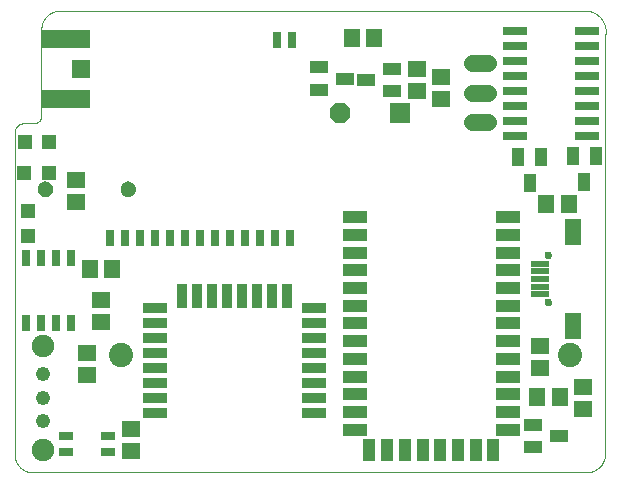
<source format=gbs>
G75*
%MOIN*%
%OFA0B0*%
%FSLAX25Y25*%
%IPPOS*%
%LPD*%
%AMOC8*
5,1,8,0,0,1.08239X$1,22.5*
%
%ADD10C,0.00000*%
%ADD11R,0.06896X0.06896*%
%ADD12OC8,0.06896*%
%ADD13R,0.05124X0.03156*%
%ADD14C,0.05600*%
%ADD15R,0.16400X0.06400*%
%ADD16R,0.06400X0.06400*%
%ADD17R,0.08400X0.03000*%
%ADD18R,0.06306X0.05518*%
%ADD19R,0.04337X0.05912*%
%ADD20R,0.05518X0.06306*%
%ADD21C,0.05124*%
%ADD22R,0.02900X0.05400*%
%ADD23R,0.05912X0.01975*%
%ADD24R,0.05400X0.09061*%
%ADD25C,0.02369*%
%ADD26R,0.08274X0.04337*%
%ADD27R,0.04337X0.07487*%
%ADD28R,0.05124X0.05124*%
%ADD29R,0.08400X0.03400*%
%ADD30R,0.03400X0.08400*%
%ADD31R,0.05912X0.04337*%
%ADD32C,0.04762*%
%ADD33C,0.07487*%
%ADD34R,0.03156X0.05518*%
%ADD35C,0.08077*%
D10*
X0010738Y0006895D02*
X0010738Y0114484D01*
X0010740Y0114588D01*
X0010746Y0114692D01*
X0010755Y0114796D01*
X0010768Y0114900D01*
X0010785Y0115002D01*
X0010806Y0115105D01*
X0010831Y0115206D01*
X0010859Y0115306D01*
X0010891Y0115406D01*
X0010926Y0115504D01*
X0010965Y0115600D01*
X0011008Y0115695D01*
X0011054Y0115789D01*
X0011103Y0115881D01*
X0011156Y0115971D01*
X0011212Y0116059D01*
X0011271Y0116145D01*
X0011333Y0116228D01*
X0011398Y0116310D01*
X0011466Y0116389D01*
X0011537Y0116465D01*
X0011611Y0116539D01*
X0011687Y0116610D01*
X0011766Y0116678D01*
X0011848Y0116743D01*
X0011931Y0116805D01*
X0012017Y0116864D01*
X0012105Y0116920D01*
X0012195Y0116973D01*
X0012287Y0117022D01*
X0012381Y0117068D01*
X0012476Y0117111D01*
X0012572Y0117150D01*
X0012670Y0117185D01*
X0012770Y0117217D01*
X0012870Y0117245D01*
X0012971Y0117270D01*
X0013074Y0117291D01*
X0013176Y0117308D01*
X0013280Y0117321D01*
X0013384Y0117330D01*
X0013488Y0117336D01*
X0013592Y0117338D01*
X0013592Y0117339D02*
X0016942Y0117339D01*
X0017044Y0117341D01*
X0017145Y0117347D01*
X0017246Y0117357D01*
X0017347Y0117370D01*
X0017447Y0117388D01*
X0017547Y0117409D01*
X0017645Y0117434D01*
X0017743Y0117463D01*
X0017839Y0117495D01*
X0017934Y0117531D01*
X0018028Y0117571D01*
X0018120Y0117615D01*
X0018210Y0117661D01*
X0018298Y0117712D01*
X0018385Y0117765D01*
X0018469Y0117822D01*
X0018551Y0117882D01*
X0018631Y0117945D01*
X0018708Y0118012D01*
X0018782Y0118081D01*
X0018854Y0118153D01*
X0018923Y0118227D01*
X0018990Y0118304D01*
X0019053Y0118384D01*
X0019113Y0118466D01*
X0019170Y0118550D01*
X0019223Y0118637D01*
X0019274Y0118725D01*
X0019320Y0118815D01*
X0019364Y0118907D01*
X0019404Y0119001D01*
X0019440Y0119096D01*
X0019472Y0119192D01*
X0019501Y0119290D01*
X0019526Y0119388D01*
X0019547Y0119488D01*
X0019565Y0119588D01*
X0019578Y0119689D01*
X0019588Y0119790D01*
X0019594Y0119891D01*
X0019596Y0119993D01*
X0019596Y0148826D01*
X0019597Y0148826D02*
X0019599Y0148979D01*
X0019605Y0149132D01*
X0019614Y0149284D01*
X0019628Y0149436D01*
X0019645Y0149588D01*
X0019667Y0149739D01*
X0019692Y0149890D01*
X0019720Y0150040D01*
X0019753Y0150190D01*
X0019790Y0150338D01*
X0019830Y0150485D01*
X0019874Y0150632D01*
X0019921Y0150777D01*
X0019972Y0150921D01*
X0020027Y0151064D01*
X0020086Y0151205D01*
X0020148Y0151344D01*
X0020213Y0151482D01*
X0020282Y0151619D01*
X0020355Y0151753D01*
X0020431Y0151886D01*
X0020510Y0152017D01*
X0020592Y0152145D01*
X0020678Y0152272D01*
X0020767Y0152396D01*
X0020859Y0152518D01*
X0020954Y0152638D01*
X0021052Y0152755D01*
X0021153Y0152870D01*
X0021257Y0152982D01*
X0021364Y0153091D01*
X0021473Y0153198D01*
X0021585Y0153302D01*
X0021700Y0153403D01*
X0021817Y0153501D01*
X0021937Y0153596D01*
X0022059Y0153688D01*
X0022183Y0153777D01*
X0022310Y0153863D01*
X0022438Y0153945D01*
X0022569Y0154024D01*
X0022702Y0154100D01*
X0022836Y0154173D01*
X0022973Y0154242D01*
X0023111Y0154307D01*
X0023250Y0154369D01*
X0023391Y0154428D01*
X0023534Y0154483D01*
X0023678Y0154534D01*
X0023823Y0154581D01*
X0023970Y0154625D01*
X0024117Y0154665D01*
X0024265Y0154702D01*
X0024415Y0154735D01*
X0024565Y0154763D01*
X0024716Y0154788D01*
X0024867Y0154810D01*
X0025019Y0154827D01*
X0025171Y0154841D01*
X0025323Y0154850D01*
X0025476Y0154856D01*
X0025629Y0154858D01*
X0201964Y0154858D01*
X0201964Y0154859D02*
X0202131Y0154826D01*
X0202296Y0154789D01*
X0202461Y0154748D01*
X0202625Y0154703D01*
X0202787Y0154654D01*
X0202949Y0154601D01*
X0203109Y0154545D01*
X0203267Y0154484D01*
X0203424Y0154420D01*
X0203580Y0154351D01*
X0203734Y0154280D01*
X0203886Y0154204D01*
X0204036Y0154125D01*
X0204184Y0154042D01*
X0204330Y0153955D01*
X0204474Y0153866D01*
X0204616Y0153772D01*
X0204755Y0153675D01*
X0204893Y0153575D01*
X0205027Y0153472D01*
X0205159Y0153365D01*
X0205289Y0153256D01*
X0205416Y0153143D01*
X0205540Y0153027D01*
X0205661Y0152908D01*
X0205779Y0152786D01*
X0205895Y0152662D01*
X0206007Y0152534D01*
X0206116Y0152404D01*
X0206222Y0152272D01*
X0206325Y0152137D01*
X0206424Y0151999D01*
X0206520Y0151859D01*
X0206613Y0151717D01*
X0206702Y0151572D01*
X0206788Y0151426D01*
X0206870Y0151277D01*
X0206949Y0151127D01*
X0207024Y0150974D01*
X0207095Y0150820D01*
X0207162Y0150665D01*
X0207226Y0150507D01*
X0207286Y0150348D01*
X0207342Y0150188D01*
X0207394Y0150026D01*
X0207442Y0149864D01*
X0207486Y0149700D01*
X0207526Y0149535D01*
X0207563Y0149369D01*
X0207595Y0149202D01*
X0207623Y0149035D01*
X0207647Y0148867D01*
X0207667Y0148698D01*
X0207683Y0148529D01*
X0207695Y0148360D01*
X0207703Y0148190D01*
X0207707Y0148021D01*
X0207706Y0147851D01*
X0207702Y0147681D01*
X0207693Y0147512D01*
X0207680Y0147342D01*
X0207664Y0147173D01*
X0207643Y0147005D01*
X0207618Y0146837D01*
X0207589Y0146670D01*
X0207589Y0146669D02*
X0207589Y0007487D01*
X0207587Y0007328D01*
X0207581Y0007169D01*
X0207571Y0007010D01*
X0207558Y0006851D01*
X0207540Y0006693D01*
X0207519Y0006535D01*
X0207493Y0006378D01*
X0207464Y0006221D01*
X0207431Y0006066D01*
X0207395Y0005911D01*
X0207354Y0005757D01*
X0207310Y0005604D01*
X0207262Y0005452D01*
X0207210Y0005302D01*
X0207154Y0005152D01*
X0207095Y0005005D01*
X0207032Y0004858D01*
X0206966Y0004713D01*
X0206896Y0004570D01*
X0206823Y0004429D01*
X0206746Y0004290D01*
X0206666Y0004152D01*
X0206583Y0004016D01*
X0206496Y0003883D01*
X0206406Y0003752D01*
X0206312Y0003623D01*
X0206216Y0003496D01*
X0206117Y0003372D01*
X0206014Y0003250D01*
X0205909Y0003131D01*
X0205800Y0003014D01*
X0205689Y0002900D01*
X0205575Y0002789D01*
X0205458Y0002680D01*
X0205339Y0002575D01*
X0205217Y0002472D01*
X0205093Y0002373D01*
X0204966Y0002277D01*
X0204837Y0002183D01*
X0204706Y0002093D01*
X0204573Y0002006D01*
X0204437Y0001923D01*
X0204299Y0001843D01*
X0204160Y0001766D01*
X0204019Y0001693D01*
X0203876Y0001623D01*
X0203731Y0001557D01*
X0203584Y0001494D01*
X0203437Y0001435D01*
X0203287Y0001379D01*
X0203137Y0001327D01*
X0202985Y0001279D01*
X0202832Y0001235D01*
X0202678Y0001194D01*
X0202523Y0001158D01*
X0202368Y0001125D01*
X0202211Y0001096D01*
X0202054Y0001070D01*
X0201896Y0001049D01*
X0201738Y0001031D01*
X0201579Y0001018D01*
X0201420Y0001008D01*
X0201261Y0001002D01*
X0201102Y0001000D01*
X0016644Y0001000D01*
X0016643Y0001000D02*
X0016492Y0001002D01*
X0016340Y0001008D01*
X0016188Y0001017D01*
X0016037Y0001031D01*
X0015886Y0001048D01*
X0015735Y0001069D01*
X0015586Y0001095D01*
X0015436Y0001124D01*
X0015288Y0001156D01*
X0015141Y0001193D01*
X0014994Y0001234D01*
X0014849Y0001278D01*
X0014705Y0001326D01*
X0014562Y0001377D01*
X0014420Y0001433D01*
X0014280Y0001492D01*
X0014142Y0001554D01*
X0014005Y0001620D01*
X0013870Y0001690D01*
X0013737Y0001763D01*
X0013605Y0001839D01*
X0013476Y0001919D01*
X0013349Y0002002D01*
X0013224Y0002088D01*
X0013101Y0002178D01*
X0012981Y0002270D01*
X0012863Y0002366D01*
X0012747Y0002465D01*
X0012634Y0002566D01*
X0012524Y0002671D01*
X0012417Y0002778D01*
X0012312Y0002888D01*
X0012210Y0003001D01*
X0012111Y0003116D01*
X0012015Y0003234D01*
X0011922Y0003354D01*
X0011832Y0003477D01*
X0011746Y0003602D01*
X0011663Y0003729D01*
X0011583Y0003858D01*
X0011506Y0003989D01*
X0011433Y0004122D01*
X0011363Y0004257D01*
X0011297Y0004394D01*
X0011234Y0004532D01*
X0011175Y0004672D01*
X0011119Y0004814D01*
X0011067Y0004956D01*
X0011019Y0005101D01*
X0010975Y0005246D01*
X0010934Y0005392D01*
X0010897Y0005540D01*
X0010864Y0005688D01*
X0010835Y0005837D01*
X0010809Y0005987D01*
X0010788Y0006137D01*
X0010770Y0006288D01*
X0010756Y0006439D01*
X0010746Y0006591D01*
X0010740Y0006743D01*
X0010738Y0006895D01*
X0018455Y0095488D02*
X0018457Y0095585D01*
X0018463Y0095682D01*
X0018473Y0095778D01*
X0018487Y0095874D01*
X0018505Y0095970D01*
X0018526Y0096064D01*
X0018552Y0096158D01*
X0018581Y0096250D01*
X0018615Y0096341D01*
X0018651Y0096431D01*
X0018692Y0096519D01*
X0018736Y0096605D01*
X0018784Y0096690D01*
X0018835Y0096772D01*
X0018889Y0096853D01*
X0018947Y0096931D01*
X0019008Y0097006D01*
X0019071Y0097079D01*
X0019138Y0097150D01*
X0019208Y0097217D01*
X0019280Y0097282D01*
X0019355Y0097343D01*
X0019433Y0097402D01*
X0019512Y0097457D01*
X0019594Y0097509D01*
X0019678Y0097557D01*
X0019764Y0097602D01*
X0019852Y0097644D01*
X0019941Y0097682D01*
X0020032Y0097716D01*
X0020124Y0097746D01*
X0020217Y0097773D01*
X0020312Y0097795D01*
X0020407Y0097814D01*
X0020503Y0097829D01*
X0020599Y0097840D01*
X0020696Y0097847D01*
X0020793Y0097850D01*
X0020890Y0097849D01*
X0020987Y0097844D01*
X0021083Y0097835D01*
X0021179Y0097822D01*
X0021275Y0097805D01*
X0021370Y0097784D01*
X0021463Y0097760D01*
X0021556Y0097731D01*
X0021648Y0097699D01*
X0021738Y0097663D01*
X0021826Y0097624D01*
X0021913Y0097580D01*
X0021998Y0097534D01*
X0022081Y0097483D01*
X0022162Y0097430D01*
X0022240Y0097373D01*
X0022317Y0097313D01*
X0022390Y0097250D01*
X0022461Y0097184D01*
X0022529Y0097115D01*
X0022595Y0097043D01*
X0022657Y0096969D01*
X0022716Y0096892D01*
X0022772Y0096813D01*
X0022825Y0096731D01*
X0022875Y0096648D01*
X0022920Y0096562D01*
X0022963Y0096475D01*
X0023002Y0096386D01*
X0023037Y0096296D01*
X0023068Y0096204D01*
X0023095Y0096111D01*
X0023119Y0096017D01*
X0023139Y0095922D01*
X0023155Y0095826D01*
X0023167Y0095730D01*
X0023175Y0095633D01*
X0023179Y0095536D01*
X0023179Y0095440D01*
X0023175Y0095343D01*
X0023167Y0095246D01*
X0023155Y0095150D01*
X0023139Y0095054D01*
X0023119Y0094959D01*
X0023095Y0094865D01*
X0023068Y0094772D01*
X0023037Y0094680D01*
X0023002Y0094590D01*
X0022963Y0094501D01*
X0022920Y0094414D01*
X0022875Y0094328D01*
X0022825Y0094245D01*
X0022772Y0094163D01*
X0022716Y0094084D01*
X0022657Y0094007D01*
X0022595Y0093933D01*
X0022529Y0093861D01*
X0022461Y0093792D01*
X0022390Y0093726D01*
X0022317Y0093663D01*
X0022240Y0093603D01*
X0022162Y0093546D01*
X0022081Y0093493D01*
X0021998Y0093442D01*
X0021913Y0093396D01*
X0021826Y0093352D01*
X0021738Y0093313D01*
X0021648Y0093277D01*
X0021556Y0093245D01*
X0021463Y0093216D01*
X0021370Y0093192D01*
X0021275Y0093171D01*
X0021179Y0093154D01*
X0021083Y0093141D01*
X0020987Y0093132D01*
X0020890Y0093127D01*
X0020793Y0093126D01*
X0020696Y0093129D01*
X0020599Y0093136D01*
X0020503Y0093147D01*
X0020407Y0093162D01*
X0020312Y0093181D01*
X0020217Y0093203D01*
X0020124Y0093230D01*
X0020032Y0093260D01*
X0019941Y0093294D01*
X0019852Y0093332D01*
X0019764Y0093374D01*
X0019678Y0093419D01*
X0019594Y0093467D01*
X0019512Y0093519D01*
X0019433Y0093574D01*
X0019355Y0093633D01*
X0019280Y0093694D01*
X0019208Y0093759D01*
X0019138Y0093826D01*
X0019071Y0093897D01*
X0019008Y0093970D01*
X0018947Y0094045D01*
X0018889Y0094123D01*
X0018835Y0094204D01*
X0018784Y0094286D01*
X0018736Y0094371D01*
X0018692Y0094457D01*
X0018651Y0094545D01*
X0018615Y0094635D01*
X0018581Y0094726D01*
X0018552Y0094818D01*
X0018526Y0094912D01*
X0018505Y0095006D01*
X0018487Y0095102D01*
X0018473Y0095198D01*
X0018463Y0095294D01*
X0018457Y0095391D01*
X0018455Y0095488D01*
X0046014Y0095488D02*
X0046016Y0095585D01*
X0046022Y0095682D01*
X0046032Y0095778D01*
X0046046Y0095874D01*
X0046064Y0095970D01*
X0046085Y0096064D01*
X0046111Y0096158D01*
X0046140Y0096250D01*
X0046174Y0096341D01*
X0046210Y0096431D01*
X0046251Y0096519D01*
X0046295Y0096605D01*
X0046343Y0096690D01*
X0046394Y0096772D01*
X0046448Y0096853D01*
X0046506Y0096931D01*
X0046567Y0097006D01*
X0046630Y0097079D01*
X0046697Y0097150D01*
X0046767Y0097217D01*
X0046839Y0097282D01*
X0046914Y0097343D01*
X0046992Y0097402D01*
X0047071Y0097457D01*
X0047153Y0097509D01*
X0047237Y0097557D01*
X0047323Y0097602D01*
X0047411Y0097644D01*
X0047500Y0097682D01*
X0047591Y0097716D01*
X0047683Y0097746D01*
X0047776Y0097773D01*
X0047871Y0097795D01*
X0047966Y0097814D01*
X0048062Y0097829D01*
X0048158Y0097840D01*
X0048255Y0097847D01*
X0048352Y0097850D01*
X0048449Y0097849D01*
X0048546Y0097844D01*
X0048642Y0097835D01*
X0048738Y0097822D01*
X0048834Y0097805D01*
X0048929Y0097784D01*
X0049022Y0097760D01*
X0049115Y0097731D01*
X0049207Y0097699D01*
X0049297Y0097663D01*
X0049385Y0097624D01*
X0049472Y0097580D01*
X0049557Y0097534D01*
X0049640Y0097483D01*
X0049721Y0097430D01*
X0049799Y0097373D01*
X0049876Y0097313D01*
X0049949Y0097250D01*
X0050020Y0097184D01*
X0050088Y0097115D01*
X0050154Y0097043D01*
X0050216Y0096969D01*
X0050275Y0096892D01*
X0050331Y0096813D01*
X0050384Y0096731D01*
X0050434Y0096648D01*
X0050479Y0096562D01*
X0050522Y0096475D01*
X0050561Y0096386D01*
X0050596Y0096296D01*
X0050627Y0096204D01*
X0050654Y0096111D01*
X0050678Y0096017D01*
X0050698Y0095922D01*
X0050714Y0095826D01*
X0050726Y0095730D01*
X0050734Y0095633D01*
X0050738Y0095536D01*
X0050738Y0095440D01*
X0050734Y0095343D01*
X0050726Y0095246D01*
X0050714Y0095150D01*
X0050698Y0095054D01*
X0050678Y0094959D01*
X0050654Y0094865D01*
X0050627Y0094772D01*
X0050596Y0094680D01*
X0050561Y0094590D01*
X0050522Y0094501D01*
X0050479Y0094414D01*
X0050434Y0094328D01*
X0050384Y0094245D01*
X0050331Y0094163D01*
X0050275Y0094084D01*
X0050216Y0094007D01*
X0050154Y0093933D01*
X0050088Y0093861D01*
X0050020Y0093792D01*
X0049949Y0093726D01*
X0049876Y0093663D01*
X0049799Y0093603D01*
X0049721Y0093546D01*
X0049640Y0093493D01*
X0049557Y0093442D01*
X0049472Y0093396D01*
X0049385Y0093352D01*
X0049297Y0093313D01*
X0049207Y0093277D01*
X0049115Y0093245D01*
X0049022Y0093216D01*
X0048929Y0093192D01*
X0048834Y0093171D01*
X0048738Y0093154D01*
X0048642Y0093141D01*
X0048546Y0093132D01*
X0048449Y0093127D01*
X0048352Y0093126D01*
X0048255Y0093129D01*
X0048158Y0093136D01*
X0048062Y0093147D01*
X0047966Y0093162D01*
X0047871Y0093181D01*
X0047776Y0093203D01*
X0047683Y0093230D01*
X0047591Y0093260D01*
X0047500Y0093294D01*
X0047411Y0093332D01*
X0047323Y0093374D01*
X0047237Y0093419D01*
X0047153Y0093467D01*
X0047071Y0093519D01*
X0046992Y0093574D01*
X0046914Y0093633D01*
X0046839Y0093694D01*
X0046767Y0093759D01*
X0046697Y0093826D01*
X0046630Y0093897D01*
X0046567Y0093970D01*
X0046506Y0094045D01*
X0046448Y0094123D01*
X0046394Y0094204D01*
X0046343Y0094286D01*
X0046295Y0094371D01*
X0046251Y0094457D01*
X0046210Y0094545D01*
X0046174Y0094635D01*
X0046140Y0094726D01*
X0046111Y0094818D01*
X0046085Y0094912D01*
X0046064Y0095006D01*
X0046046Y0095102D01*
X0046032Y0095198D01*
X0046022Y0095294D01*
X0046016Y0095391D01*
X0046014Y0095488D01*
X0187431Y0073402D02*
X0187433Y0073464D01*
X0187439Y0073527D01*
X0187449Y0073588D01*
X0187463Y0073649D01*
X0187480Y0073709D01*
X0187501Y0073768D01*
X0187527Y0073825D01*
X0187555Y0073880D01*
X0187587Y0073934D01*
X0187623Y0073985D01*
X0187661Y0074035D01*
X0187703Y0074081D01*
X0187747Y0074125D01*
X0187795Y0074166D01*
X0187844Y0074204D01*
X0187896Y0074238D01*
X0187950Y0074269D01*
X0188006Y0074297D01*
X0188064Y0074321D01*
X0188123Y0074342D01*
X0188183Y0074358D01*
X0188244Y0074371D01*
X0188306Y0074380D01*
X0188368Y0074385D01*
X0188431Y0074386D01*
X0188493Y0074383D01*
X0188555Y0074376D01*
X0188617Y0074365D01*
X0188677Y0074350D01*
X0188737Y0074332D01*
X0188795Y0074310D01*
X0188852Y0074284D01*
X0188907Y0074254D01*
X0188960Y0074221D01*
X0189011Y0074185D01*
X0189059Y0074146D01*
X0189105Y0074103D01*
X0189148Y0074058D01*
X0189188Y0074010D01*
X0189225Y0073960D01*
X0189259Y0073907D01*
X0189290Y0073853D01*
X0189316Y0073797D01*
X0189340Y0073739D01*
X0189359Y0073679D01*
X0189375Y0073619D01*
X0189387Y0073557D01*
X0189395Y0073496D01*
X0189399Y0073433D01*
X0189399Y0073371D01*
X0189395Y0073308D01*
X0189387Y0073247D01*
X0189375Y0073185D01*
X0189359Y0073125D01*
X0189340Y0073065D01*
X0189316Y0073007D01*
X0189290Y0072951D01*
X0189259Y0072897D01*
X0189225Y0072844D01*
X0189188Y0072794D01*
X0189148Y0072746D01*
X0189105Y0072701D01*
X0189059Y0072658D01*
X0189011Y0072619D01*
X0188960Y0072583D01*
X0188907Y0072550D01*
X0188852Y0072520D01*
X0188795Y0072494D01*
X0188737Y0072472D01*
X0188677Y0072454D01*
X0188617Y0072439D01*
X0188555Y0072428D01*
X0188493Y0072421D01*
X0188431Y0072418D01*
X0188368Y0072419D01*
X0188306Y0072424D01*
X0188244Y0072433D01*
X0188183Y0072446D01*
X0188123Y0072462D01*
X0188064Y0072483D01*
X0188006Y0072507D01*
X0187950Y0072535D01*
X0187896Y0072566D01*
X0187844Y0072600D01*
X0187795Y0072638D01*
X0187747Y0072679D01*
X0187703Y0072723D01*
X0187661Y0072769D01*
X0187623Y0072819D01*
X0187587Y0072870D01*
X0187555Y0072924D01*
X0187527Y0072979D01*
X0187501Y0073036D01*
X0187480Y0073095D01*
X0187463Y0073155D01*
X0187449Y0073216D01*
X0187439Y0073277D01*
X0187433Y0073340D01*
X0187431Y0073402D01*
X0187431Y0057654D02*
X0187433Y0057716D01*
X0187439Y0057779D01*
X0187449Y0057840D01*
X0187463Y0057901D01*
X0187480Y0057961D01*
X0187501Y0058020D01*
X0187527Y0058077D01*
X0187555Y0058132D01*
X0187587Y0058186D01*
X0187623Y0058237D01*
X0187661Y0058287D01*
X0187703Y0058333D01*
X0187747Y0058377D01*
X0187795Y0058418D01*
X0187844Y0058456D01*
X0187896Y0058490D01*
X0187950Y0058521D01*
X0188006Y0058549D01*
X0188064Y0058573D01*
X0188123Y0058594D01*
X0188183Y0058610D01*
X0188244Y0058623D01*
X0188306Y0058632D01*
X0188368Y0058637D01*
X0188431Y0058638D01*
X0188493Y0058635D01*
X0188555Y0058628D01*
X0188617Y0058617D01*
X0188677Y0058602D01*
X0188737Y0058584D01*
X0188795Y0058562D01*
X0188852Y0058536D01*
X0188907Y0058506D01*
X0188960Y0058473D01*
X0189011Y0058437D01*
X0189059Y0058398D01*
X0189105Y0058355D01*
X0189148Y0058310D01*
X0189188Y0058262D01*
X0189225Y0058212D01*
X0189259Y0058159D01*
X0189290Y0058105D01*
X0189316Y0058049D01*
X0189340Y0057991D01*
X0189359Y0057931D01*
X0189375Y0057871D01*
X0189387Y0057809D01*
X0189395Y0057748D01*
X0189399Y0057685D01*
X0189399Y0057623D01*
X0189395Y0057560D01*
X0189387Y0057499D01*
X0189375Y0057437D01*
X0189359Y0057377D01*
X0189340Y0057317D01*
X0189316Y0057259D01*
X0189290Y0057203D01*
X0189259Y0057149D01*
X0189225Y0057096D01*
X0189188Y0057046D01*
X0189148Y0056998D01*
X0189105Y0056953D01*
X0189059Y0056910D01*
X0189011Y0056871D01*
X0188960Y0056835D01*
X0188907Y0056802D01*
X0188852Y0056772D01*
X0188795Y0056746D01*
X0188737Y0056724D01*
X0188677Y0056706D01*
X0188617Y0056691D01*
X0188555Y0056680D01*
X0188493Y0056673D01*
X0188431Y0056670D01*
X0188368Y0056671D01*
X0188306Y0056676D01*
X0188244Y0056685D01*
X0188183Y0056698D01*
X0188123Y0056714D01*
X0188064Y0056735D01*
X0188006Y0056759D01*
X0187950Y0056787D01*
X0187896Y0056818D01*
X0187844Y0056852D01*
X0187795Y0056890D01*
X0187747Y0056931D01*
X0187703Y0056975D01*
X0187661Y0057021D01*
X0187623Y0057071D01*
X0187587Y0057122D01*
X0187555Y0057176D01*
X0187527Y0057231D01*
X0187501Y0057288D01*
X0187480Y0057347D01*
X0187463Y0057407D01*
X0187449Y0057468D01*
X0187439Y0057529D01*
X0187433Y0057592D01*
X0187431Y0057654D01*
D11*
X0139006Y0120803D03*
D12*
X0119006Y0120803D03*
D13*
X0041919Y0013283D03*
X0041919Y0007772D03*
X0027746Y0007772D03*
X0027746Y0013283D03*
D14*
X0163204Y0117806D02*
X0168404Y0117806D01*
X0168404Y0127649D02*
X0163204Y0127649D01*
X0163204Y0137491D02*
X0168404Y0137491D01*
D15*
X0027864Y0145409D03*
X0027864Y0125409D03*
D16*
X0032864Y0135409D03*
D17*
X0177418Y0133067D03*
X0177418Y0138067D03*
X0177418Y0143067D03*
X0177418Y0148067D03*
X0201618Y0148067D03*
X0201618Y0143067D03*
X0201618Y0138067D03*
X0201618Y0133067D03*
X0201618Y0128067D03*
X0201618Y0123067D03*
X0201618Y0118067D03*
X0201618Y0113067D03*
X0177418Y0113067D03*
X0177418Y0118067D03*
X0177418Y0123067D03*
X0177418Y0128067D03*
D18*
X0152864Y0125409D03*
X0144833Y0128008D03*
X0144833Y0135488D03*
X0152864Y0132890D03*
X0039636Y0058638D03*
X0039636Y0051157D03*
X0034872Y0040921D03*
X0034872Y0033441D03*
X0049478Y0015567D03*
X0049478Y0008087D03*
X0031053Y0091000D03*
X0031053Y0098480D03*
X0185659Y0043283D03*
X0185659Y0035803D03*
X0199990Y0029543D03*
X0199990Y0022063D03*
D19*
X0200581Y0097693D03*
X0204321Y0106354D03*
X0196841Y0106354D03*
X0186053Y0106236D03*
X0178573Y0106236D03*
X0182313Y0097575D03*
D20*
X0187864Y0090488D03*
X0195344Y0090488D03*
X0130581Y0145843D03*
X0123100Y0145843D03*
X0043219Y0068717D03*
X0035738Y0068717D03*
X0184951Y0026079D03*
X0192431Y0026079D03*
D21*
X0048376Y0095488D03*
X0020817Y0095488D03*
D22*
X0042589Y0079150D03*
X0047589Y0079150D03*
X0052589Y0079150D03*
X0057589Y0079150D03*
X0062589Y0079150D03*
X0067589Y0079150D03*
X0072589Y0079150D03*
X0077589Y0079150D03*
X0082589Y0079150D03*
X0087589Y0079150D03*
X0092589Y0079150D03*
X0097589Y0079150D03*
X0102589Y0079150D03*
X0103140Y0145150D03*
X0098140Y0145150D03*
D23*
X0185659Y0070646D03*
X0185659Y0068087D03*
X0185659Y0065528D03*
X0185659Y0062969D03*
X0185659Y0060409D03*
D24*
X0196880Y0049780D03*
X0196880Y0081276D03*
D25*
X0188415Y0073402D03*
X0188415Y0057654D03*
D26*
X0175226Y0056591D03*
X0175226Y0062496D03*
X0175226Y0068402D03*
X0175226Y0074307D03*
X0175226Y0080213D03*
X0175226Y0086118D03*
X0175226Y0050685D03*
X0175226Y0044780D03*
X0175226Y0038874D03*
X0175226Y0032969D03*
X0175226Y0027063D03*
X0175226Y0021157D03*
X0175226Y0015252D03*
X0124045Y0015252D03*
X0124045Y0021157D03*
X0124045Y0027063D03*
X0124045Y0032969D03*
X0124045Y0038874D03*
X0124045Y0044780D03*
X0124045Y0050685D03*
X0124045Y0056591D03*
X0124045Y0062496D03*
X0124045Y0068402D03*
X0124045Y0074307D03*
X0124045Y0080213D03*
X0124045Y0086118D03*
D27*
X0128967Y0008362D03*
X0134872Y0008362D03*
X0140778Y0008362D03*
X0146683Y0008362D03*
X0152589Y0008362D03*
X0158494Y0008362D03*
X0164400Y0008362D03*
X0170305Y0008362D03*
D28*
X0022037Y0100961D03*
X0013770Y0100961D03*
X0014006Y0111000D03*
X0022274Y0111000D03*
X0015148Y0088165D03*
X0015148Y0079898D03*
D29*
X0057510Y0055961D03*
X0057510Y0050961D03*
X0057510Y0045961D03*
X0057510Y0040961D03*
X0057510Y0035961D03*
X0057510Y0030961D03*
X0057510Y0025961D03*
X0057510Y0020961D03*
X0110510Y0020961D03*
X0110510Y0025961D03*
X0110510Y0030961D03*
X0110510Y0035961D03*
X0110510Y0040961D03*
X0110510Y0045961D03*
X0110510Y0050961D03*
X0110510Y0055961D03*
D30*
X0101510Y0059961D03*
X0096510Y0059961D03*
X0091510Y0059961D03*
X0086510Y0059961D03*
X0081510Y0059961D03*
X0076510Y0059961D03*
X0071510Y0059961D03*
X0066510Y0059961D03*
D31*
X0112077Y0128559D03*
X0120738Y0132299D03*
X0127904Y0131787D03*
X0136565Y0128047D03*
X0136565Y0135528D03*
X0112077Y0136039D03*
X0183612Y0016945D03*
X0183612Y0009465D03*
X0192274Y0013205D03*
D32*
X0020148Y0018008D03*
X0020148Y0025882D03*
X0020148Y0033756D03*
D33*
X0020148Y0043205D03*
X0020148Y0008559D03*
D34*
X0019459Y0050843D03*
X0014459Y0050843D03*
X0024459Y0050843D03*
X0029459Y0050843D03*
X0029459Y0072496D03*
X0024459Y0072496D03*
X0019459Y0072496D03*
X0014459Y0072496D03*
D35*
X0046211Y0040134D03*
X0195817Y0040134D03*
M02*

</source>
